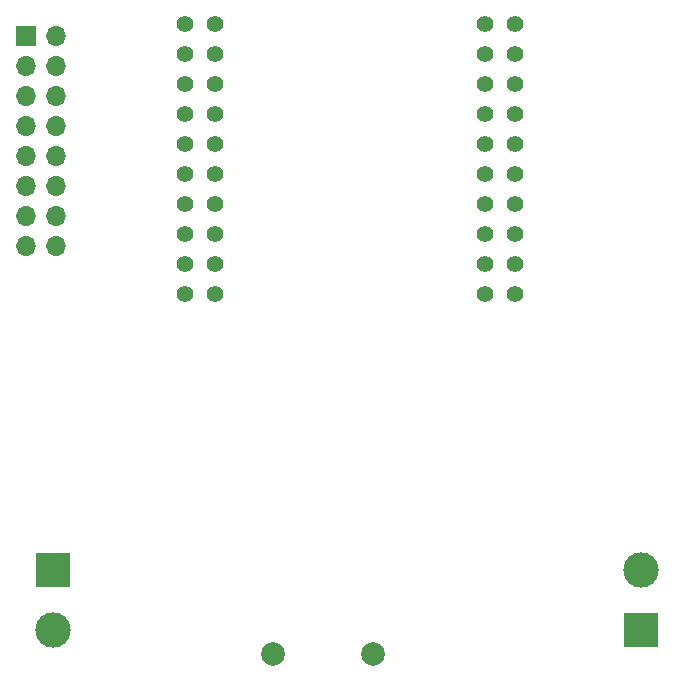
<source format=gbr>
%TF.GenerationSoftware,KiCad,Pcbnew,(5.1.9)-1*%
%TF.CreationDate,2021-04-28T16:43:30+10:00*%
%TF.ProjectId,ESP32-D1Mini-HUB75,45535033-322d-4443-914d-696e692d4855,rev?*%
%TF.SameCoordinates,Original*%
%TF.FileFunction,Soldermask,Bot*%
%TF.FilePolarity,Negative*%
%FSLAX46Y46*%
G04 Gerber Fmt 4.6, Leading zero omitted, Abs format (unit mm)*
G04 Created by KiCad (PCBNEW (5.1.9)-1) date 2021-04-28 16:43:30*
%MOMM*%
%LPD*%
G01*
G04 APERTURE LIST*
%ADD10C,2.000000*%
%ADD11C,1.400000*%
%ADD12O,1.700000X1.700000*%
%ADD13R,1.700000X1.700000*%
%ADD14C,3.000000*%
%ADD15R,3.000000X3.000000*%
G04 APERTURE END LIST*
D10*
%TO.C,J1*%
X94810000Y-170180000D03*
X103310000Y-170180000D03*
%TD*%
D11*
%TO.C,U1*%
X89916000Y-116840000D03*
X87376000Y-116840000D03*
X87376000Y-119380000D03*
X89916000Y-119380000D03*
X87376000Y-121920000D03*
X89916000Y-121920000D03*
X87376000Y-124460000D03*
X89916000Y-124460000D03*
X87376000Y-127000000D03*
X89916000Y-127000000D03*
X87376000Y-129540000D03*
X89916000Y-129540000D03*
X87376000Y-132080000D03*
X89916000Y-132080000D03*
X87376000Y-134620000D03*
X89916000Y-134620000D03*
X87376000Y-137160000D03*
X89916000Y-137160000D03*
X87376000Y-139700000D03*
X89916000Y-139700000D03*
X112776000Y-116840000D03*
X115316000Y-116840000D03*
X112776000Y-119380000D03*
X115316000Y-119380000D03*
X112776000Y-121920000D03*
X115316000Y-121920000D03*
X112776000Y-124460000D03*
X115316000Y-124460000D03*
X112776000Y-127000000D03*
X115316000Y-127000000D03*
X112776000Y-129540000D03*
X115316000Y-129540000D03*
X112776000Y-132080000D03*
X115316000Y-132080000D03*
X112776000Y-134620000D03*
X115316000Y-134620000D03*
X112776000Y-137160000D03*
X115316000Y-137160000D03*
X112776000Y-139700000D03*
X115316000Y-139700000D03*
%TD*%
D12*
%TO.C,J4*%
X76454000Y-135636000D03*
X73914000Y-135636000D03*
X76454000Y-133096000D03*
X73914000Y-133096000D03*
X76454000Y-130556000D03*
X73914000Y-130556000D03*
X76454000Y-128016000D03*
X73914000Y-128016000D03*
X76454000Y-125476000D03*
X73914000Y-125476000D03*
X76454000Y-122936000D03*
X73914000Y-122936000D03*
X76454000Y-120396000D03*
X73914000Y-120396000D03*
X76454000Y-117856000D03*
D13*
X73914000Y-117856000D03*
%TD*%
D14*
%TO.C,J3*%
X76200000Y-168148000D03*
D15*
X76200000Y-163068000D03*
%TD*%
D14*
%TO.C,J2*%
X125984000Y-163068000D03*
D15*
X125984000Y-168148000D03*
%TD*%
M02*

</source>
